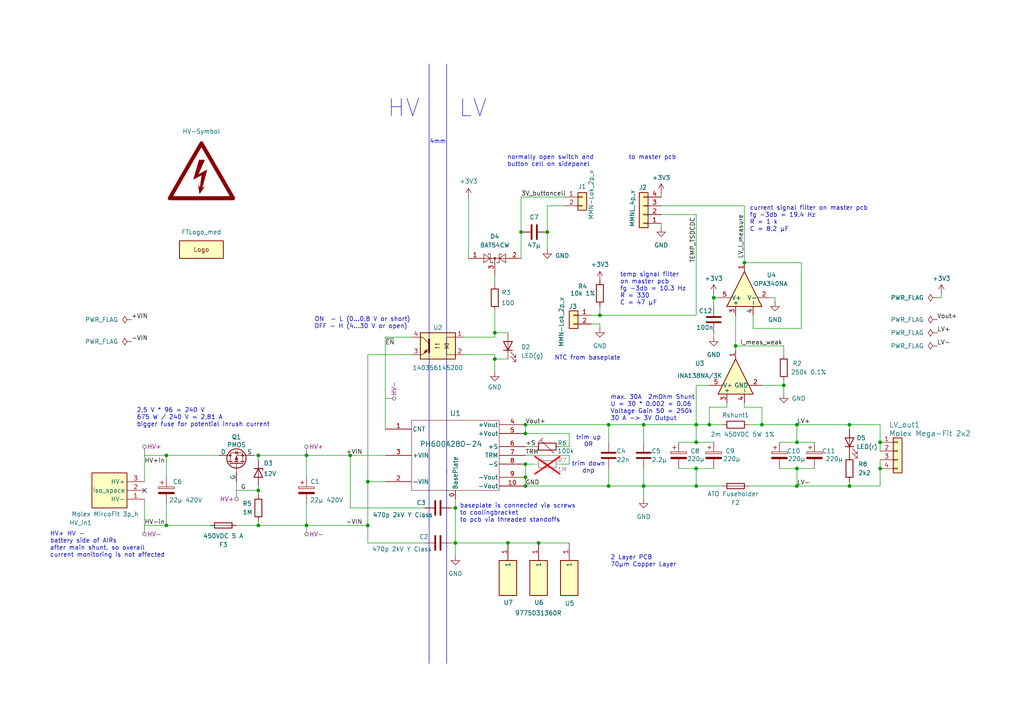
<source format=kicad_sch>
(kicad_sch (version 20231120) (generator "eeschema") (generator_version "8.0")
  (paper "A4")
  (title_block (title "TS-DCDC") (date "2024-12-12") (rev "0.5"))
  (lib_symbols
    (symbol "2024-11-18_21-41-11:PH600A280-24" (pin_names (offset 0.254))
      (property "Reference" "U1" (at 20.32 7.112 0))
      (property "Value" "PH600A280-24" (at 19.05 -1.778 0))
      (symbol "PH600A280-24_1_1"
        (pin passive line (at 20.32 -17.78 90) (length 2.54) (name "BasePlate") (number "0"))
        (pin input line (at 0 2.54 0) (length 7.62) (name "CNT") (number "1"))
        (pin power_out line (at 40.64 -13.97 180) (length 7.62) (name "-Vout") (number "10"))
        (pin power_in line (at 0 -12.7 0) (length 7.62) (name "-VIN") (number "2"))
        (pin power_in line (at 0 -5.08 0) (length 7.62) (name "+VIN") (number "3"))
        (pin power_out line (at 40.64 3.81 180) (length 7.62) (name "+Vout") (number "4"))
        (pin passive line (at 40.64 1.27 180) (length 7.62) (name "+Vout") (number "5"))
        (pin input line (at 40.64 -2.54 180) (length 7.62) (name "+S") (number "6"))
        (pin input line (at 40.64 -5.08 180) (length 7.62) (name "TRM") (number "7"))
        (pin input line (at 40.64 -7.62 180) (length 7.62) (name "-S") (number "8"))
        (pin passive line (at 40.64 -11.43 180) (length 7.62) (name "-Vout") (number "9"))
      )
    )
    (symbol "43650-0317:43650-0317"
      (property "Reference" "HV_in1" (at 18.542 -11.938 0))
      (property "Value" "Molex MircoFit 3p_h" (at 11.43 -9.398 0))
      (symbol "43650-0317_1_1"
        (pin power_out line (at 0 -5.08 0) (length 5.08) (name "HV-") (number "1"))
        (pin passive line (at 0 -2.54 0) (length 5.08) (name "iso_space") (number "2"))
        (pin power_out line (at 0 0 0) (length 5.08) (name "HV+") (number "3"))
      )
    )
    (symbol "9775031360R:9775031360R"
      (property "Reference" "U" (at 16.51 7.62 0))
      (property "Value" "9775031360R" (at 16.51 5.08 0))
      (symbol "9775031360R_1_1"
        (pin passive line (at 0 0 0) (length 5.08) (name "1") (number "1"))
      )
    )
    (symbol "Amplifier_Current:INA138" (pin_names (offset 0.127))
      (property "Reference" "U" (at 3.81 5.08 0))
      (property "Value" "INA138" (at 3.81 2.54 0))
      (symbol "INA138_1_1"
        (pin output line (at 7.62 0 180) (length 2.54) (name "~") (number "1"))
        (pin power_in line (at -2.54 -7.62 90) (length 3.81) (name "GND") (number "2"))
        (pin input line (at -7.62 2.54 0) (length 2.54) (name "+") (number "3"))
        (pin input line (at -7.62 -2.54 0) (length 2.54) (name "-") (number "4"))
        (pin power_in line (at -2.54 7.62 270) (length 3.81) (name "V+") (number "5"))
      )
    )
    (symbol "Amplifier_Operational:OPA340NA" (pin_names (offset 0.127))
      (property "Reference" "U" (at -1.27 6.35 0))
      (property "Value" "OPA340NA" (at -1.27 3.81 0))
      (symbol "OPA340NA_0_1"
        (pin power_in line (at -2.54 -7.62 90) (length 3.81) (name "V-") (number "2"))
        (pin power_in line (at -2.54 7.62 270) (length 3.81) (name "V+") (number "5"))
      )
      (symbol "OPA340NA_1_1"
        (pin output line (at 7.62 0 180) (length 2.54) (name "~") (number "1"))
        (pin input line (at -7.62 2.54 0) (length 2.54) (name "+") (number "3"))
        (pin input line (at -7.62 -2.54 0) (length 2.54) (name "-") (number "4"))
      )
    )
    (symbol "Conn_01x02_1" (pin_names (offset 1.016) hide)
      (property "Reference" "J3" (at -1.016 -5.08 0))
      (property "Value" "MMN-Lok_2p_v" (at 3.556 -7.874 90))
      (symbol "Conn_01x02_1_1_1"
        (pin passive line (at -5.08 -2.54 0) (length 3.81) (name "Pin_1") (number "1"))
        (pin passive line (at -5.08 0 0) (length 3.81) (name "Pin_2") (number "2"))
      )
    )
    (symbol "Conn_01x04_1" (pin_names (offset 1.016) hide)
      (property "Reference" "LV_out1" (at -2.54 7.62 0))
      (property "Value" "Molex Mega-Fit 2x2" (at -2.54 5.08 0))
      (symbol "Conn_01x04_1_1_1"
        (pin power_in line (at -5.08 2.54 0) (length 3.81) (name "Pin_1") (number "1"))
        (pin power_in line (at -5.08 0 0) (length 3.81) (name "Pin_2") (number "2"))
        (pin power_in line (at -5.08 -2.54 0) (length 3.81) (name "Pin_3") (number "3"))
        (pin power_in line (at -5.08 -5.08 0) (length 3.81) (name "Pin_4") (number "4"))
      )
    )
    (symbol "Connector_Generic:Conn_01x02" (pin_names (offset 1.016) hide)
      (property "Reference" "J" (at 0 2.54 0))
      (property "Value" "Conn_01x02" (at 0 -5.08 0))
      (symbol "Conn_01x02_1_1"
        (pin passive line (at -5.08 0 0) (length 3.81) (name "Pin_1") (number "1"))
        (pin passive line (at -5.08 -2.54 0) (length 3.81) (name "Pin_2") (number "2"))
      )
    )
    (symbol "Connector_Generic:Conn_01x04" (pin_names (offset 1.016) hide)
      (property "Reference" "J" (at 0 5.08 0))
      (property "Value" "Conn_01x04" (at 0 -7.62 0))
      (symbol "Conn_01x04_1_1"
        (pin passive line (at -5.08 2.54 0) (length 3.81) (name "Pin_1") (number "1"))
        (pin passive line (at -5.08 0 0) (length 3.81) (name "Pin_2") (number "2"))
        (pin passive line (at -5.08 -2.54 0) (length 3.81) (name "Pin_3") (number "3"))
        (pin passive line (at -5.08 -5.08 0) (length 3.81) (name "Pin_4") (number "4"))
      )
    )
    (symbol "Device:C" (pin_numbers hide) (pin_names (offset 0.254))
      (property "Reference" "C" (at 0.635 2.54 0))
      (property "Value" "C" (at 0.635 -2.54 0))
      (symbol "C_1_1"
        (pin passive line (at 0 3.81 270) (length 2.794) (name "~") (number "1"))
        (pin passive line (at 0 -3.81 90) (length 2.794) (name "~") (number "2"))
      )
    )
    (symbol "Device:C_Polarized" (pin_numbers hide) (pin_names (offset 0.254))
      (property "Reference" "C" (at 0.635 2.54 0))
      (property "Value" "C_Polarized" (at 0.635 -2.54 0))
      (symbol "C_Polarized_1_1"
        (pin passive line (at 0 3.81 270) (length 2.794) (name "~") (number "1"))
        (pin passive line (at 0 -3.81 90) (length 2.794) (name "~") (number "2"))
      )
    )
    (symbol "Device:D_Zener" (pin_numbers hide) (pin_names (offset 1.016) hide)
      (property "Reference" "D" (at 0 2.54 0))
      (property "Value" "D_Zener" (at 0 -2.54 0))
      (symbol "D_Zener_1_1"
        (pin passive line (at -3.81 0 0) (length 2.54) (name "K") (number "1"))
        (pin passive line (at 3.81 0 180) (length 2.54) (name "A") (number "2"))
      )
    )
    (symbol "Device:Fuse" (pin_numbers hide) (pin_names (offset 0))
      (property "Reference" "F" (at 2.032 0 90))
      (property "Value" "Fuse" (at -1.905 0 90))
      (symbol "Fuse_1_1"
        (pin passive line (at 0 3.81 270) (length 1.27) (name "~") (number "1"))
        (pin passive line (at 0 -3.81 90) (length 1.27) (name "~") (number "2"))
      )
    )
    (symbol "Device:LED" (pin_numbers hide) (pin_names (offset 1.016) hide)
      (property "Reference" "D" (at 0 2.54 0))
      (property "Value" "LED" (at 0 -2.54 0))
      (symbol "LED_1_1"
        (pin passive line (at -3.81 0 0) (length 2.54) (name "K") (number "1"))
        (pin passive line (at 3.81 0 180) (length 2.54) (name "A") (number "2"))
      )
    )
    (symbol "Device:R" (pin_numbers hide) (pin_names (offset 0))
      (property "Reference" "R" (at 2.032 0 90))
      (property "Value" "R" (at 0 0 90))
      (symbol "R_1_1"
        (pin passive line (at 0 3.81 270) (length 1.27) (name "~") (number "1"))
        (pin passive line (at 0 -3.81 90) (length 1.27) (name "~") (number "2"))
      )
    )
    (symbol "Device:R_Trim" (pin_numbers hide) (pin_names (offset 0))
      (property "Reference" "R" (at 2.54 -2.54 90))
      (property "Value" "R_Trim" (at -2.54 -0.635 90))
      (symbol "R_Trim_1_1"
        (pin passive line (at 0 3.81 270) (length 1.27) (name "~") (number "1"))
        (pin passive line (at 0 -3.81 90) (length 1.27) (name "~") (number "2"))
      )
    )
    (symbol "Diode:BAT54CW" (pin_names (offset 1.016))
      (property "Reference" "D" (at 0.635 -3.81 0))
      (property "Value" "BAT54CW" (at -6.35 3.175 0))
      (symbol "BAT54CW_1_1"
        (pin passive line (at -7.62 0 0) (length 3.81) (name "~") (number "1"))
        (pin passive line (at 7.62 0 180) (length 3.81) (name "~") (number "2"))
        (pin passive line (at 0 -5.08 90) (length 5.08) (name "~") (number "3"))
      )
    )
    (symbol "FaSTTUBe_logos:FTLogo_med"
      (property "Value" "FTLogo_med" (at 0 -3.81 0))
      (symbol "FTLogo_med_0_0"
        (text "Logo" (at 0 0 0) (effects (font (size 1.27 1.27))))
      )
    )
    (symbol "FaSTTUBe_logos:HV-Symbol" (pin_names (offset 1.016))
      (property "Value" "HV-Symbol" (at 0 -10.16 0))
    )
    (symbol "Fuse_1" (pin_numbers hide) (pin_names (offset 0))
      (property "Reference" "F2" (at 4.826 0 90))
      (property "Value" "ATO Fuseholder" (at 2.286 0.762 90))
      (symbol "Fuse_1_1_1"
        (pin passive line (at 0 3.81 270) (length 1.27) (name "~") (number "1"))
        (pin passive line (at 0 -3.81 90) (length 1.27) (name "~") (number "2"))
      )
    )
    (symbol "Relay_SolidState:34.81-7048"
      (property "Reference" "U2" (at 0 5.334 0))
      (property "Value" "140356145200" (at 0 -6.35 0))
      (symbol "34.81-7048_1_1"
        (pin passive line (at -7.62 2.54 0) (length 2.54) (name "") (number "1"))
        (pin passive line (at -7.62 -2.54 0) (length 2.54) (name "~") (number "2"))
        (pin passive line (at 7.62 -2.54 180) (length 2.54) (name "~") (number "3"))
        (pin passive line (at 7.62 2.54 180) (length 2.54) (name "~") (number "4"))
      )
    )
    (symbol "Simulation_SPICE:PMOS" (pin_numbers hide) (pin_names (offset 0))
      (property "Reference" "Q" (at 5.08 1.27 0))
      (property "Value" "PMOS" (at 5.08 -1.27 0))
      (symbol "PMOS_1_1"
        (pin passive line (at 2.54 5.08 270) (length 2.54) (name "D") (number "1"))
        (pin input line (at -5.08 0 0) (length 2.54) (name "G") (number "2"))
        (pin passive line (at 2.54 -5.08 90) (length 2.54) (name "S") (number "3"))
      )
    )
    (symbol "power:+3V3" (power) (pin_numbers hide) (pin_names (offset 0) hide)
      (property "Value" "+3V3" (at 0 3.556 0))
      (symbol "+3V3_1_1"
        (pin power_in line (at 0 0 90) (length 0) (name "~") (number "1"))
      )
    )
    (symbol "power:GND" (power) (pin_numbers hide) (pin_names (offset 0) hide)
      (property "Value" "GND" (at 0 -3.81 0))
      (symbol "GND_1_1"
        (pin power_in line (at 0 0 270) (length 0) (name "~") (number "1"))
      )
    )
    (symbol "power:PWR_FLAG" (power) (pin_numbers hide) (pin_names (offset 0) hide)
      (property "Value" "PWR_FLAG" (at 0 3.81 0))
      (symbol "PWR_FLAG_0_0"
        (pin power_out line (at 0 0 90) (length 0) (name "~") (number "1"))
      )
    )
  )
  (junction (at 152.4 134.62))
  (junction (at 186.69 123.19))
  (junction (at 207.01 86.36))
  (junction (at 143.51 96.52))
  (junction (at 74.93 152.4))
  (junction (at 74.93 142.24))
  (junction (at 143.51 104.14))
  (junction (at 106.68 139.7))
  (junction (at 48.26 132.08))
  (junction (at 201.93 128.27))
  (junction (at 213.36 100.33))
  (junction (at 231.14 123.19))
  (junction (at 176.53 123.19))
  (junction (at 151.13 67.31))
  (junction (at 152.4 138.43))
  (junction (at 147.32 157.48))
  (junction (at 201.93 135.89))
  (junction (at 48.26 152.4))
  (junction (at 152.4 123.19))
  (junction (at 246.38 123.19))
  (junction (at 132.08 157.48))
  (junction (at 106.68 152.4))
  (junction (at 152.4 140.97))
  (junction (at 88.9 152.4))
  (junction (at 205.74 123.19))
  (junction (at 201.93 123.19))
  (junction (at 176.53 140.97))
  (junction (at 255.27 135.89))
  (junction (at 231.14 128.27))
  (junction (at 88.9 132.08))
  (junction (at 231.14 135.89))
  (junction (at 173.99 91.44))
  (junction (at 158.75 67.31))
  (junction (at 156.21 157.48))
  (junction (at 152.4 125.73))
  (junction (at 201.93 140.97))
  (junction (at 220.98 123.19))
  (junction (at 255.27 128.27))
  (junction (at 74.93 132.08))
  (junction (at 132.08 147.32))
  (junction (at 186.69 140.97))
  (junction (at 215.9 76.2))
  (junction (at 246.38 140.97))
  (junction (at 101.6 132.08))
  (junction (at 227.33 111.76))
  (junction (at 231.14 140.97))
  (no_connect (at 41.91 142.24))
  (wire (pts (xy 231.14 135.89) (xy 231.14 140.97)))
  (wire (pts (xy 231.14 128.27) (xy 236.22 128.27)))
  (wire (pts (xy 41.91 152.4) (xy 41.91 144.78)))
  (wire (pts (xy 176.53 123.19) (xy 176.53 128.27)))
  (wire (pts (xy 48.26 152.4) (xy 60.96 152.4)))
  (wire (pts (xy 176.53 135.89) (xy 176.53 140.97)))
  (wire (pts (xy 111.76 97.79) (xy 111.76 124.46)))
  (wire (pts (xy 158.75 59.69) (xy 158.75 67.31)))
  (wire (pts (xy 201.93 123.19) (xy 205.74 123.19)))
  (wire (pts (xy 152.4 134.62) (xy 154.94 134.62)))
  (wire (pts (xy 226.06 128.27) (xy 231.14 128.27)))
  (wire (pts (xy 201.93 111.76) (xy 205.74 111.76)))
  (wire (pts (xy 73.66 132.08) (xy 74.93 132.08)))
  (wire (pts (xy 273.05 86.36) (xy 271.78 86.36)))
  (wire (pts (xy 143.51 104.14) (xy 143.51 102.87)))
  (wire (pts (xy 106.68 139.7) (xy 111.76 139.7)))
  (wire (pts (xy 151.13 57.15) (xy 163.83 57.15)))
  (wire (pts (xy 132.08 157.48) (xy 130.81 157.48)))
  (wire (pts (xy 143.51 104.14) (xy 143.51 107.95)))
  (wire (pts (xy 106.68 139.7) (xy 106.68 152.4)))
  (wire (pts (xy 201.93 62.23) (xy 201.93 91.44)))
  (wire (pts (xy 173.99 93.98) (xy 171.45 93.98)))
  (wire (pts (xy 143.51 80.01) (xy 143.51 82.55)))
  (wire (pts (xy 132.08 157.48) (xy 147.32 157.48)))
  (wire (pts (xy 205.74 123.19) (xy 209.55 123.19)))
  (wire (pts (xy 165.1 129.54) (xy 162.56 129.54)))
  (wire (pts (xy 134.62 97.79) (xy 143.51 97.79)))
  (wire (pts (xy 207.01 96.52) (xy 207.01 97.79)))
  (wire (pts (xy 201.93 111.76) (xy 201.93 123.19)))
  (wire (pts (xy 210.82 116.84) (xy 210.82 118.11)))
  (wire (pts (xy 210.82 118.11) (xy 205.74 118.11)))
  (wire (pts (xy 135.89 57.15) (xy 135.89 74.93)))
  (wire (pts (xy 74.93 132.08) (xy 88.9 132.08)))
  (wire (pts (xy 218.44 95.25) (xy 232.41 95.25)))
  (wire (pts (xy 165.1 134.62) (xy 165.1 132.08)))
  (wire (pts (xy 227.33 111.76) (xy 227.33 114.3)))
  (wire (pts (xy 152.4 123.19) (xy 176.53 123.19)))
  (polyline (pts (xy 124.46 18.542) (xy 124.46 192.405)))
  (wire (pts (xy 88.9 152.4) (xy 106.68 152.4)))
  (wire (pts (xy 208.28 86.36) (xy 207.01 86.36)))
  (wire (pts (xy 191.77 66.04) (xy 191.77 64.77)))
  (wire (pts (xy 151.13 57.15) (xy 151.13 67.31)))
  (wire (pts (xy 152.4 138.43) (xy 152.4 134.62)))
  (wire (pts (xy 41.91 152.4) (xy 48.26 152.4)))
  (wire (pts (xy 74.93 152.4) (xy 88.9 152.4)))
  (wire (pts (xy 217.17 140.97) (xy 231.14 140.97)))
  (wire (pts (xy 132.08 147.32) (xy 132.08 157.48)))
  (wire (pts (xy 143.51 104.14) (xy 147.32 104.14)))
  (wire (pts (xy 220.98 118.11) (xy 220.98 123.19)))
  (wire (pts (xy 255.27 128.27) (xy 255.27 130.81)))
  (wire (pts (xy 224.79 87.63) (xy 224.79 86.36)))
  (wire (pts (xy 186.69 123.19) (xy 201.93 123.19)))
  (wire (pts (xy 152.4 129.54) (xy 154.94 129.54)))
  (wire (pts (xy 48.26 146.05) (xy 48.26 152.4)))
  (wire (pts (xy 74.93 133.35) (xy 74.93 132.08)))
  (wire (pts (xy 74.93 143.51) (xy 74.93 142.24)))
  (wire (pts (xy 68.58 139.7) (xy 68.58 142.24)))
  (wire (pts (xy 106.68 152.4) (xy 106.68 157.48)))
  (wire (pts (xy 213.36 91.44) (xy 213.36 100.33)))
  (wire (pts (xy 186.69 140.97) (xy 201.93 140.97)))
  (wire (pts (xy 246.38 124.46) (xy 246.38 123.19)))
  (wire (pts (xy 173.99 88.9) (xy 173.99 91.44)))
  (wire (pts (xy 213.36 100.33) (xy 227.33 100.33)))
  (wire (pts (xy 68.58 152.4) (xy 74.93 152.4)))
  (wire (pts (xy 173.99 91.44) (xy 201.93 91.44)))
  (wire (pts (xy 186.69 123.19) (xy 186.69 128.27)))
  (wire (pts (xy 186.69 140.97) (xy 186.69 144.78)))
  (wire (pts (xy 220.98 111.76) (xy 227.33 111.76)))
  (wire (pts (xy 201.93 128.27) (xy 207.01 128.27)))
  (wire (pts (xy 186.69 135.89) (xy 186.69 140.97)))
  (wire (pts (xy 201.93 135.89) (xy 201.93 140.97)))
  (wire (pts (xy 158.75 67.31) (xy 158.75 72.39)))
  (wire (pts (xy 220.98 118.11) (xy 215.9 118.11)))
  (wire (pts (xy 226.06 135.89) (xy 231.14 135.89)))
  (wire (pts (xy 106.68 102.87) (xy 119.38 102.87)))
  (wire (pts (xy 132.08 144.78) (xy 132.08 147.32)))
  (polyline (pts (xy 129.54 136.525) (xy 129.54 192.405)))
  (wire (pts (xy 143.51 96.52) (xy 147.32 96.52)))
  (wire (pts (xy 152.4 123.19) (xy 152.4 125.73)))
  (wire (pts (xy 88.9 132.08) (xy 88.9 138.43)))
  (wire (pts (xy 191.77 57.15) (xy 191.77 55.88)))
  (wire (pts (xy 232.41 76.2) (xy 215.9 76.2)))
  (wire (pts (xy 201.93 140.97) (xy 209.55 140.97)))
  (wire (pts (xy 165.1 125.73) (xy 152.4 125.73)))
  (wire (pts (xy 74.93 142.24) (xy 74.93 140.97)))
  (wire (pts (xy 205.74 118.11) (xy 205.74 123.19)))
  (wire (pts (xy 88.9 132.08) (xy 101.6 132.08)))
  (wire (pts (xy 147.32 157.48) (xy 156.21 157.48)))
  (wire (pts (xy 101.6 132.08) (xy 111.76 132.08)))
  (wire (pts (xy 196.85 128.27) (xy 201.93 128.27)))
  (wire (pts (xy 106.68 102.87) (xy 106.68 139.7)))
  (wire (pts (xy 196.85 135.89) (xy 201.93 135.89)))
  (wire (pts (xy 232.41 95.25) (xy 232.41 76.2)))
  (wire (pts (xy 162.56 134.62) (xy 165.1 134.62)))
  (wire (pts (xy 163.83 59.69) (xy 158.75 59.69)))
  (wire (pts (xy 176.53 123.19) (xy 186.69 123.19)))
  (wire (pts (xy 48.26 132.08) (xy 63.5 132.08)))
  (wire (pts (xy 213.36 100.33) (xy 213.36 101.6)))
  (wire (pts (xy 224.79 86.36) (xy 223.52 86.36)))
  (wire (pts (xy 173.99 91.44) (xy 171.45 91.44)))
  (wire (pts (xy 74.93 151.13) (xy 74.93 152.4)))
  (wire (pts (xy 231.14 135.89) (xy 236.22 135.89)))
  (wire (pts (xy 217.17 123.19) (xy 220.98 123.19)))
  (wire (pts (xy 215.9 59.69) (xy 215.9 76.2)))
  (wire (pts (xy 231.14 140.97) (xy 246.38 140.97)))
  (wire (pts (xy 152.4 140.97) (xy 176.53 140.97)))
  (wire (pts (xy 231.14 123.19) (xy 231.14 128.27)))
  (wire (pts (xy 201.93 135.89) (xy 207.01 135.89)))
  (wire (pts (xy 191.77 59.69) (xy 215.9 59.69)))
  (polyline (pts (xy 129.54 18.542) (xy 129.54 137.16)))
  (wire (pts (xy 123.19 147.32) (xy 101.6 147.32)))
  (wire (pts (xy 246.38 139.7) (xy 246.38 140.97)))
  (wire (pts (xy 152.4 140.97) (xy 152.4 138.43)))
  (wire (pts (xy 255.27 133.35) (xy 255.27 135.89)))
  (wire (pts (xy 246.38 123.19) (xy 255.27 123.19)))
  (wire (pts (xy 68.58 142.24) (xy 74.93 142.24)))
  (wire (pts (xy 176.53 140.97) (xy 186.69 140.97)))
  (wire (pts (xy 173.99 93.98) (xy 173.99 95.25)))
  (wire (pts (xy 215.9 118.11) (xy 215.9 116.84)))
  (wire (pts (xy 152.4 132.08) (xy 165.1 132.08)))
  (wire (pts (xy 143.51 96.52) (xy 143.51 90.17)))
  (wire (pts (xy 255.27 135.89) (xy 255.27 140.97)))
  (wire (pts (xy 151.13 67.31) (xy 151.13 74.93)))
  (wire (pts (xy 143.51 97.79) (xy 143.51 96.52)))
  (wire (pts (xy 246.38 140.97) (xy 255.27 140.97)))
  (wire (pts (xy 165.1 129.54) (xy 165.1 125.73)))
  (wire (pts (xy 132.08 147.32) (xy 130.81 147.32)))
  (wire (pts (xy 132.08 161.29) (xy 132.08 157.48)))
  (wire (pts (xy 101.6 147.32) (xy 101.6 132.08)))
  (wire (pts (xy 48.26 132.08) (xy 48.26 138.43)))
  (wire (pts (xy 273.05 85.09) (xy 273.05 86.36)))
  (wire (pts (xy 106.68 157.48) (xy 123.19 157.48)))
  (wire (pts (xy 111.76 97.79) (xy 119.38 97.79)))
  (wire (pts (xy 165.1 157.48) (xy 156.21 157.48)))
  (wire (pts (xy 227.33 100.33) (xy 227.33 102.87)))
  (wire (pts (xy 220.98 123.19) (xy 231.14 123.19)))
  (wire (pts (xy 41.91 132.08) (xy 48.26 132.08)))
  (wire (pts (xy 207.01 86.36) (xy 207.01 85.09)))
  (wire (pts (xy 41.91 132.08) (xy 41.91 139.7)))
  (wire (pts (xy 255.27 123.19) (xy 255.27 128.27)))
  (wire (pts (xy 207.01 86.36) (xy 207.01 88.9)))
  (wire (pts (xy 227.33 110.49) (xy 227.33 111.76)))
  (wire (pts (xy 143.51 102.87) (xy 134.62 102.87)))
  (wire (pts (xy 231.14 123.19) (xy 246.38 123.19)))
  (wire (pts (xy 201.93 62.23) (xy 191.77 62.23)))
  (wire (pts (xy 218.44 95.25) (xy 218.44 91.44)))
  (wire (pts (xy 88.9 152.4) (xy 88.9 146.05)))
  (wire (pts (xy 201.93 123.19) (xy 201.93 128.27)))
  (text "trim down\ndnp" (at 170.688 135.636 0) (effects (font (size 1.27 1.27))))
  (text " ON  - L (0...0,8 V or short)\nOFF - H (4...30 V or open)" (at 104.648 93.726 0) (effects (font (size 1.27 1.27))))
  (text "max. 30A  2mOhm Shunt \nU = 30 * 0.002 = 0.06\nVoltage Gain 50 = 250k\n30 A -> 3V Output\n" (at 177.038 118.364 0) (effects (font (size 1.27 1.27)) (justify left)))
  (text "trim up\n0R" (at 170.688 128.016 0) (effects (font (size 1.27 1.27))))
  (text "2,5 V * 96 = 240 V\n675 W / 240 V = 2,81 A\nbigger fuse for potential inrush current\n\n" (at 39.624 122.174 0) (effects (font (size 1.27 1.27)) (justify left)))
  (text "current signal filter on master pcb\nfg -3db = 19.4 Hz\nR = 1 k\nC = 8.2 µF\n" (at 217.424 63.5 0) (effects (font (size 1.27 1.27)) (justify left)))
  (text "LV" (at 137.16 31.496 0) (effects (font (size 5 5))))
  (text "4mm" (at 127 41.148 0) (effects (font (size 1.27 1.27))))
  (text "normally open switch and\nbutton cell on sidepanel\n " (at 147.066 44.958 0) (effects (font (size 1.27 1.27)) (justify left top)))
  (text "NTC from baseplate" (at 170.434 103.886 0) (effects (font (size 1.27 1.27))))
  (text "HV" (at 117.094 31.496 0) (effects (font (size 5 5))))
  (text "HV+ HV -\nbattery side of AIRs\nafter main shunt, so overall \ncurrent monitoring is not affected" (at 14.478 157.988 0) (effects (font (size 1.27 1.27)) (justify left)))
  (text "to master pcb" (at 189.23 45.72 0) (effects (font (size 1.27 1.27))))
  (text "baseplate is connected via screws \nto coolingbracket\nto pcb via threaded standoffs\n" (at 133.35 148.844 0) (effects (font (size 1.27 1.27)) (justify left)))
  (text "temp signal filter \non master pcb\nfg -3db = 10.3 Hz\nR = 330\nC = 47 µF" (at 179.832 83.82 0) (effects (font (size 1.27 1.27)) (justify left)))
  (text "2 Layer PCB \n70µm Copper Layer\n" (at 177.038 162.814 0) (effects (font (size 1.27 1.27)) (justify left)))
  (label "LV+" (at 231.14 123.19 0))
  (label "+VIN" (at 38.1 92.71 0))
  (label "LV-" (at 231.14 140.97 0))
  (label "GND" (at 152.4 140.97 0))
  (label "TEMP_TSDCDC" (at 201.93 76.2 90))
  (label "LV-" (at 271.78 100.33 0))
  (label "Vout+" (at 271.78 92.71 0))
  (label "G" (at 69.85 142.24 0))
  (label "+S" (at 152.4 129.54 0))
  (label "-VIN" (at 38.1 99.06 0))
  (label "TRM" (at 152.4 132.08 0))
  (label "-VIN" (at 100.33 152.4 0))
  (label "LV_I_measure" (at 215.9 74.93 90))
  (label "HV+in" (at 41.91 134.62 0))
  (label "I_meas_weak" (at 214.63 100.33 0))
  (label "3V_buttoncell" (at 151.13 57.15 0))
  (label "HV-in" (at 41.91 152.4 0))
  (label "~{EN}" (at 111.76 100.33 0))
  (label "Vout+" (at 152.4 123.19 0))
  (label "+VIN" (at 100.33 132.08 0))
  (label "LV+" (at 271.78 96.52 0))
  (netclass_flag "" (length 2.54) (shape round) (at 41.91 132.08 0) (property "Netclass" "HV+" (at 42.6085 129.54 0) (effects (font (italic yes)) (justify left))))
  (netclass_flag "" (length 2.54) (shape round) (at 41.91 152.4 180) (property "Netclass" "HV-" (at 42.6085 154.94 0) (effects (font (italic yes)) (justify left))))
  (netclass_flag "" (length 2.54) (shape round) (at 111.76 115.57 270) (property "Netclass" "HV-" (at 114.3 114.8715 90) (effects (font (italic yes)) (justify left))))
  (netclass_flag "" (length 2.54) (shape round) (at 88.9 132.08 0) (property "Netclass" "HV+" (at 89.5985 129.54 0) (effects (font (italic yes)) (justify left))))
  (netclass_flag "" (length 2.54) (shape round) (at 68.58 142.24 180) (property "Netclass" "HV+" (at 67.8815 144.78 0) (effects (font (italic yes)) (justify right))))
  (netclass_flag "" (length 2.54) (shape round) (at 88.9 152.4 180) (property "Netclass" "HV-" (at 89.5985 154.94 0) (effects (font (italic yes)) (justify left))))
  (symbol (lib_id "9775031360R:9775031360R") (at 165.1 157.48 270) (unit 1)
    (property "Reference" "U5" (at 163.83 175.006 90) (effects (justify left)))
    (property "Value" "9775031360R" (effects (hide yes)))
    (property "Footprint" "9775031360R" (effects (hide yes)))
    (property "Datasheet" "https://www.we-online.com/components/products/datasheet/9775031360R.pdf" (effects (hide yes)))
    (property "Description" "Round Standoff Threaded M3 Steel 0.039\" (1.00mm)" (effects (hide yes)))
    (property "Height" "4.2" (effects (hide yes)))
    (property "Mouser Part Number" "710-9775031360R" (effects (hide yes)))
    (property "Mouser Price/Stock" "https://www.mouser.co.uk/ProductDetail/Wurth-Elektronik/9775031360R?qs=lBTPRtX1sU%252BooRt%2F6rjYpA%3D%3D" (effects (hide yes)))
    (property "Manufacturer_Name" "Wurth Elektronik" (effects (hide yes)))
    (property "Manufacturer_Part_Number" "9775031360R" (effects (hide yes)))
  )
  (symbol (lib_id "Device:LED") (at 147.32 100.33 90) (unit 1)
    (property "Reference" "D2" (at 151.13 100.6474 90) (effects (justify right)))
    (property "Value" "LED(g)" (at 151.13 103.1874 90) (effects (justify right)))
    (property "Footprint" "LED_SMD:LED_0603_1608Metric" (effects (hide yes)))
    (property "Description" "Light emitting diode" (effects (hide yes)))
  )
  (symbol (lib_id "Device:C_Polarized") (at 196.85 132.08 0) (unit 1)
    (property "Reference" "C8" (at 202.946 130.81 0) (effects (justify right)))
    (property "Value" "220µ" (at 204.47 133.096 0) (effects (justify right)))
    (property "Footprint" "Capacitor_THT:CP_Radial_D10.0mm_P5.00mm" (effects (hide yes)))
    (property "Datasheet" "https://mou.sr/3E8B9GR" (effects (hide yes)))
    (property "Description" "Polarized capacitor" (effects (hide yes)))
  )
  (symbol (lib_id "Device:C") (at 176.53 132.08 0) (unit 1)
    (property "Reference" "C4" (at 178.816 130.81 0) (effects (justify left)))
    (property "Value" "22n" (at 178.816 133.35 0) (effects (justify left)))
    (property "Footprint" "Capacitor_SMD:C_1206_3216Metric" (effects (hide yes)))
    (property "Description" "Unpolarized capacitor" (effects (hide yes)))
  )
  (symbol (lib_id "Device:R") (at 74.93 147.32 0) (unit 1)
    (property "Reference" "R5" (at 70.358 146.05 0) (effects (justify left)))
    (property "Value" "1M" (at 70.358 148.59 0) (effects (justify left)))
    (property "Footprint" "Resistor_SMD:R_2010_5025Metric" (effects (hide yes)))
    (property "Description" "Resistor" (effects (hide yes)))
  )
  (symbol (lib_id "Device:R") (at 246.38 135.89 0) (unit 1)
    (property "Reference" "R8" (at 248.92 134.6199 0) (effects (justify left)))
    (property "Value" "2k2" (at 248.92 137.1599 0) (effects (justify left)))
    (property "Footprint" "Resistor_SMD:R_0603_1608Metric" (effects (hide yes)))
    (property "Description" "Resistor" (effects (hide yes)))
  )
  (symbol (lib_id "Connector_Generic:Conn_01x04") (at 186.69 62.23 180) (unit 1)
    (property "Reference" "J2" (at 186.436 54.356 0))
    (property "Value" "MMNL_4p_v" (at 183.388 60.452 90))
    (property "Footprint" "FaSTTUBe_connectors:Micro_Mate-N-Lok_4p_vertical" (effects (hide yes)))
    (property "Description" "Generic connector, single row, 01x04, script generated (kicad-library-utils/schlib/autogen/connector/)" (effects (hide yes)))
  )
  (symbol (lib_id "power:GND") (at 186.69 144.78 0) (unit 1)
    (property "Reference" "#PWR01" (effects (hide yes)))
    (property "Value" "GND" (at 186.69 149.86 0))
    (property "Description" "Power symbol creates a global label with name \"GND\" , ground" (effects (hide yes)))
  )
  (symbol (lib_id "Device:D_Zener") (at 74.93 137.16 270) (unit 1)
    (property "Reference" "D3" (at 76.454 134.366 90) (effects (justify left)))
    (property "Value" "12V" (at 76.454 137.414 90) (effects (justify left)))
    (property "Footprint" "Diode_SMD:D_SOD-323" (effects (hide yes)))
    (property "Datasheet" "https://assets.nexperia.com/documents/data-sheet/PDZ-B_SER.pdf" (effects (hide yes)))
    (property "Description" "Zener diode" (effects (hide yes)))
  )
  (symbol (lib_id "power:PWR_FLAG") (at 38.1 92.71 90) (unit 1)
    (property "Reference" "#FLG02" (effects (hide yes)))
    (property "Value" "PWR_FLAG" (at 34.29 92.7099 90) (effects (justify left)))
    (property "Description" "Special symbol for telling ERC where power comes from" (effects (hide yes)))
  )
  (symbol (lib_id "power:+3V3") (at 191.77 55.88 0) (mirror y) (unit 1)
    (property "Reference" "#PWR05" (effects (hide yes)))
    (property "Value" "+3V3" (at 191.77 51.562 0))
    (property "Description" "Power symbol creates a global label with name \"+3V3\"" (effects (hide yes)))
  )
  (symbol (lib_id "Amplifier_Operational:OPA340NA") (at 215.9 83.82 90) (unit 1)
    (property "Reference" "U4" (at 223.774 79.756 90))
    (property "Value" "OPA340NA" (at 223.52 82.296 90))
    (property "Footprint" "Package_TO_SOT_SMD:SOT-23-5" (effects (hide yes)))
    (property "Datasheet" "http://www.ti.com/lit/ds/symlink/opa340.pdf" (effects (hide yes)))
    (property "Description" "Single Single-Supply, Rail-to-Rail Operational Amplifier, MicroAmplifier Series, SOT-23-5" (effects (hide yes)))
  )
  (symbol (lib_id "Device:C_Polarized") (at 226.06 132.08 0) (unit 1)
    (property "Reference" "C10" (at 232.156 130.81 0) (effects (justify right)))
    (property "Value" "220µ" (at 233.68 133.096 0) (effects (justify right)))
    (property "Footprint" "Capacitor_THT:CP_Radial_D10.0mm_P5.00mm" (effects (hide yes)))
    (property "Datasheet" "https://mou.sr/3E8B9GR" (effects (hide yes)))
    (property "Description" "Polarized capacitor" (effects (hide yes)))
  )
  (symbol (lib_id "Device:LED") (at 246.38 128.27 90) (unit 1)
    (property "Reference" "D5" (at 248.412 127 90) (effects (justify right)))
    (property "Value" "LED(r)" (at 248.412 129.54 90) (effects (justify right)))
    (property "Footprint" "LED_SMD:LED_0603_1608Metric" (effects (hide yes)))
    (property "Description" "Light emitting diode" (effects (hide yes)))
  )
  (symbol (lib_id "Device:C_Polarized") (at 88.9 142.24 0) (unit 1)
    (property "Reference" "C1" (at 92.71 139.7 0) (effects (justify right)))
    (property "Value" "22µ 420V" (at 99.568 145.034 0) (effects (justify right)))
    (property "Footprint" "Capacitor_THT:CP_Radial_D12.5mm_P5.00mm" (effects (hide yes)))
    (property "Datasheet" "https://www.mouser.de/ProductDetail/Chemi-Con/EKXN451ELL220MK16S?qs=eP2BKZSCXI45cEkx%2FZPDFw%3D%3D" (effects (hide yes)))
    (property "Description" "Polarized capacitor" (effects (hide yes)))
  )
  (symbol (lib_id "Device:C") (at 127 157.48 90) (unit 1)
    (property "Reference" "C2" (at 122.936 155.702 90))
    (property "Value" "470p 2kV Y Class" (at 116.586 159.258 90))
    (property "Footprint" "footprints:VY1471M29Y5UC63V0" (effects (hide yes)))
    (property "Datasheet" "https://www.vishay.com/docs/28537/vy1series.pdf" (effects (hide yes)))
    (property "Description" "Unpolarized capacitor" (effects (hide yes)))
  )
  (symbol (lib_id "power:PWR_FLAG") (at 271.78 100.33 90) (unit 1)
    (property "Reference" "#FLG05" (effects (hide yes)))
    (property "Value" "PWR_FLAG" (at 267.97 100.3299 90) (effects (justify left)))
    (property "Description" "Special symbol for telling ERC where power comes from" (effects (hide yes)))
  )
  (symbol (lib_id "Device:C_Polarized") (at 207.01 132.08 0) (unit 1)
    (property "Reference" "C9" (at 213.106 130.81 0) (effects (justify right)))
    (property "Value" "220µ" (at 214.884 133.096 0) (effects (justify right)))
    (property "Footprint" "Capacitor_THT:CP_Radial_D10.0mm_P5.00mm" (effects (hide yes)))
    (property "Datasheet" "https://mou.sr/3E8B9GR" (effects (hide yes)))
    (property "Description" "Polarized capacitor" (effects (hide yes)))
  )
  (symbol (lib_id "9775031360R:9775031360R") (at 156.21 157.48 270) (unit 1)
    (property "Reference" "U6" (at 154.94 174.752 90) (effects (justify left)))
    (property "Value" "9775031360R" (at 149.352 177.8 90) (effects (justify left)))
    (property "Footprint" "9775031360R" (effects (hide yes)))
    (property "Datasheet" "https://www.we-online.com/components/products/datasheet/9775031360R.pdf" (effects (hide yes)))
    (property "Description" "Round Standoff Threaded M3 Steel 0.039\" (1.00mm)" (effects (hide yes)))
    (property "Height" "4.2" (effects (hide yes)))
    (property "Mouser Part Number" "710-9775031360R" (effects (hide yes)))
    (property "Mouser Price/Stock" "https://www.mouser.co.uk/ProductDetail/Wurth-Elektronik/9775031360R?qs=lBTPRtX1sU%252BooRt%2F6rjYpA%3D%3D" (effects (hide yes)))
    (property "Manufacturer_Name" "Wurth Elektronik" (effects (hide yes)))
    (property "Manufacturer_Part_Number" "9775031360R" (effects (hide yes)))
  )
  (symbol (lib_id "power:GND") (at 207.01 97.79 0) (unit 1)
    (property "Reference" "#PWR013" (effects (hide yes)))
    (property "Value" "GND" (at 207.01 102.87 0))
    (property "Description" "Power symbol creates a global label with name \"GND\" , ground" (effects (hide yes)))
  )
  (symbol (lib_id "2024-11-18_21-41-11:PH600A280-24") (at 111.76 127 0) (unit 1)
    (property "Reference" "U1" (at 132.08 119.888 0) (effects (font (size 1.524 1.524))))
    (property "Value" "PH600A280-24" (at 130.81 128.778 0) (effects (font (size 1.524 1.524))))
    (property "Footprint" "footprints:PH300A_thru_PH600A_TDK" (effects (hide yes)))
    (property "Datasheet" "https://product.tdk.com/system/files/dam/doc/product/power/switching-power/dc-dc-converter/catalog/ph-a280_e.pdf" (effects (hide yes)))
  )
  (symbol (lib_id "power:PWR_FLAG") (at 271.78 86.36 90) (unit 1)
    (property "Reference" "#FLG01" (effects (hide yes)))
    (property "Value" "PWR_FLAG" (at 267.97 86.36 90) (effects (justify left)))
    (property "Description" "Special symbol for telling ERC where power comes from" (effects (hide yes)))
  )
  (symbol (lib_id "Device:C") (at 154.94 67.31 90) (unit 1)
    (property "Reference" "C7" (at 154.94 62.992 90))
    (property "Value" "47µ" (at 154.94 71.12 90))
    (property "Footprint" "Capacitor_SMD:C_1210_3225Metric" (effects (hide yes)))
    (property "Description" "Unpolarized capacitor" (effects (hide yes)))
  )
  (symbol (lib_id "power:+3V3") (at 173.99 81.28 0) (mirror y) (unit 1)
    (property "Reference" "#PWR08" (effects (hide yes)))
    (property "Value" "+3V3" (at 173.99 76.708 0))
    (property "Description" "Power symbol creates a global label with name \"+3V3\"" (effects (hide yes)))
  )
  (symbol (lib_id "FaSTTUBe_logos:HV-Symbol") (at 58.42 49.53 0) (unit 1)
    (property "Reference" "#Logo2" (effects (hide yes)))
    (property "Value" "HV-Symbol" (at 58.4225 38.1 0))
    (property "Footprint" "FaSTTUBe_logos:HV-Warning" (effects (hide yes)))
  )
  (symbol (lib_id "Device:C_Polarized") (at 48.26 142.24 0) (unit 1)
    (property "Reference" "C6" (at 52.832 139.7 0) (effects (justify right)))
    (property "Value" "22µ 420V" (at 58.674 145.034 0) (effects (justify right)))
    (property "Footprint" "Capacitor_THT:CP_Radial_D12.5mm_P5.00mm" (effects (hide yes)))
    (property "Datasheet" "https://www.mouser.de/ProductDetail/Chemi-Con/EKXN451ELL220MK16S?qs=eP2BKZSCXI45cEkx%2FZPDFw%3D%3D" (effects (hide yes)))
    (property "Description" "Polarized capacitor" (effects (hide yes)))
  )
  (symbol (lib_id "power:GND") (at 227.33 114.3 0) (unit 1)
    (property "Reference" "#PWR02" (effects (hide yes)))
    (property "Value" "GND" (at 231.648 115.57 0))
    (property "Description" "Power symbol creates a global label with name \"GND\" , ground" (effects (hide yes)))
  )
  (symbol (lib_id "Device:C_Polarized") (at 236.22 132.08 0) (unit 1)
    (property "Reference" "C11" (at 242.316 130.81 0) (effects (justify right)))
    (property "Value" "220µ" (at 244.602 133.096 0) (effects (justify right)))
    (property "Footprint" "Capacitor_THT:CP_Radial_D10.0mm_P5.00mm" (effects (hide yes)))
    (property "Datasheet" "https://mou.sr/3E8B9GR" (effects (hide yes)))
    (property "Description" "Polarized capacitor" (effects (hide yes)))
  )
  (symbol (lib_id "Device:R_Trim") (at 158.75 134.62 270) (unit 1) (dnp yes)
    (property "Reference" "R7" (at 163.068 133.604 90))
    (property "Value" "1M" (at 163.068 136.144 90))
    (property "Footprint" "Potentiometer_SMD:Potentiometer_Bourns_TC33X_Vertical" (effects (hide yes)))
    (property "Description" "Trimmable resistor (preset resistor)" (effects (hide yes)))
  )
  (symbol (lib_id "power:GND") (at 132.08 161.29 0) (unit 1)
    (property "Reference" "#PWR010" (effects (hide yes)))
    (property "Value" "GND" (at 132.08 166.37 0))
    (property "Description" "Power symbol creates a global label with name \"GND\" , ground" (effects (hide yes)))
  )
  (symbol (lib_id "Relay_SolidState:34.81-7048") (at 127 100.33 0) (mirror y) (unit 1)
    (property "Reference" "U2" (at 127 94.996 0))
    (property "Value" "140356145200" (at 127 106.68 0))
    (property "Footprint" "footprints:SOP254P700X210-4N" (effects (hide yes)))
    (property "Datasheet" "https://www.we-online.com/components/products/datasheet/140356145200.pdf" (effects (hide yes)))
    (property "Description" "Ultra-Slim Solid-State Relay, 0.1A, 48V DC output switching" (effects (hide yes)))
  )
  (symbol (lib_name "Conn_01x04_1") (lib_id "Connector_Generic:Conn_01x04") (at 260.35 130.81 0) (unit 1)
    (property "Reference" "LV_out1" (at 257.81 123.19 0) (effects (font (size 1.524 1.524)) (justify left)))
    (property "Value" "Molex Mega-Fit 2x2" (at 257.81 125.73 0) (effects (font (size 1.524 1.524)) (justify left)))
    (property "Footprint" "footprints:CONN_SD-76825-0100_04_MOL" (effects (hide yes)))
    (property "Datasheet" "https://www.molex.com/en-us/products/part-detail/768250004" (effects (hide yes)))
    (property "Description" "Generic connector, single row, 01x04, script generated (kicad-library-utils/schlib/autogen/connector/)" (effects (hide yes)))
  )
  (symbol (lib_id "Device:Fuse") (at 64.77 152.4 90) (mirror x) (unit 1)
    (property "Reference" "F3" (at 64.77 157.988 90))
    (property "Value" "450VDC 5 A" (at 64.77 155.448 90))
    (property "Footprint" "footprints:0ACG5000TE" (effects (hide yes)))
    (property "Datasheet" "https://www.mouser.de/datasheet/2/643/ds_CP_0ACG_series-2000946.pdf" (effects (hide yes)))
    (property "Description" "Fuse" (effects (hide yes)))
  )
  (symbol (lib_id "power:+3V3") (at 135.89 57.15 0) (unit 1)
    (property "Reference" "#PWR09" (effects (hide yes)))
    (property "Value" "+3V3" (at 135.89 52.578 0))
    (property "Description" "Power symbol creates a global label with name \"+3V3\"" (effects (hide yes)))
  )
  (symbol (lib_id "power:PWR_FLAG") (at 38.1 99.06 90) (unit 1)
    (property "Reference" "#FLG03" (effects (hide yes)))
    (property "Value" "PWR_FLAG" (at 34.29 99.0599 90) (effects (justify left)))
    (property "Description" "Special symbol for telling ERC where power comes from" (effects (hide yes)))
  )
  (symbol (lib_id "9775031360R:9775031360R") (at 147.32 157.48 270) (unit 1)
    (property "Reference" "U7" (at 146.05 174.752 90) (effects (justify left)))
    (property "Value" "9775031360R" (effects (hide yes)))
    (property "Footprint" "9775031360R" (effects (hide yes)))
    (property "Datasheet" "https://www.we-online.com/components/products/datasheet/9775031360R.pdf" (effects (hide yes)))
    (property "Description" "Round Standoff Threaded M3 Steel 0.039\" (1.00mm)" (effects (hide yes)))
    (property "Height" "4.2" (effects (hide yes)))
    (property "Mouser Part Number" "710-9775031360R" (effects (hide yes)))
    (property "Mouser Price/Stock" "https://www.mouser.co.uk/ProductDetail/Wurth-Elektronik/9775031360R?qs=lBTPRtX1sU%252BooRt%2F6rjYpA%3D%3D" (effects (hide yes)))
    (property "Manufacturer_Name" "Wurth Elektronik" (effects (hide yes)))
    (property "Manufacturer_Part_Number" "9775031360R" (effects (hide yes)))
  )
  (symbol (lib_id "power:GND") (at 173.99 95.25 0) (unit 1)
    (property "Reference" "#PWR06" (effects (hide yes)))
    (property "Value" "GND" (at 173.99 100.33 0))
    (property "Description" "Power symbol creates a global label with name \"GND\" , ground" (effects (hide yes)))
  )
  (symbol (lib_id "Device:R") (at 173.99 85.09 0) (unit 1)
    (property "Reference" "R4" (at 167.64 83.058 0) (effects (justify left)))
    (property "Value" "10k 1%" (at 165.354 85.09 0) (effects (justify left)))
    (property "Footprint" "Resistor_SMD:R_0603_1608Metric" (effects (hide yes)))
    (property "Description" "Resistor" (effects (hide yes)))
  )
  (symbol (lib_name "Fuse_1") (lib_id "Device:Fuse") (at 213.36 140.97 90) (mirror x) (unit 1)
    (property "Reference" "F2" (at 213.36 145.796 90))
    (property "Value" "ATO Fuseholder" (at 212.598 143.256 90))
    (property "Footprint" "footprints:01000066Z" (effects (hide yes)))
    (property "Datasheet" "https://www.littelfuse.com/assetdocs/littelfuse_fuseclip_100_datasheet.pdf?assetguid=9960882e-3537-4a71-b411-c6d6ebc326a9" (effects (hide yes)))
    (property "Description" "Fuse" (effects (hide yes)))
  )
  (symbol (lib_id "Device:R") (at 213.36 123.19 90) (unit 1)
    (property "Reference" "Rshunt1" (at 213.36 120.396 90))
    (property "Value" "2m 450VDC 5W 1%" (at 215.392 125.984 90))
    (property "Footprint" "Resistor_SMD:R_2512_6332Metric" (effects (hide yes)))
    (property "Datasheet" "https://www.mouser.de/datasheet/2/54/css2h_2512-1862180.pdf" (effects (hide yes)))
    (property "Description" "Resistor" (effects (hide yes)))
  )
  (symbol (lib_id "power:+3V3") (at 273.05 85.09 0) (mirror y) (unit 1)
    (property "Reference" "#PWR014" (effects (hide yes)))
    (property "Value" "+3V3" (at 273.05 80.772 0))
    (property "Description" "Power symbol creates a global label with name \"+3V3\"" (effects (hide yes)))
  )
  (symbol (lib_id "Diode:BAT54CW") (at 143.51 74.93 0) (unit 1)
    (property "Reference" "D4" (at 143.51 68.58 0))
    (property "Value" "BAT54CW" (at 143.51 71.12 0))
    (property "Footprint" "Package_TO_SOT_SMD:SOT-323_SC-70" (effects (hide yes)))
    (property "Datasheet" "https://assets.nexperia.com/documents/data-sheet/BAT54W_SER.pdf" (effects (hide yes)))
    (property "Description" "Dual schottky barrier diode, common cathode, SOT-323" (effects (hide yes)))
  )
  (symbol (lib_id "Device:C") (at 207.01 92.71 0) (unit 1)
    (property "Reference" "C12" (at 202.692 90.17 0) (effects (justify left)))
    (property "Value" "100n" (at 201.93 94.996 0) (effects (justify left)))
    (property "Footprint" "Capacitor_SMD:C_0603_1608Metric" (effects (hide yes)))
    (property "Description" "Unpolarized capacitor" (effects (hide yes)))
  )
  (symbol (lib_id "Device:C") (at 127 147.32 270) (unit 1)
    (property "Reference" "C3" (at 122.174 145.796 90))
    (property "Value" "470p 2kV Y Class" (at 116.84 149.352 90))
    (property "Footprint" "footprints:VY1471M29Y5UC63V0" (effects (hide yes)))
    (property "Datasheet" "https://www.vishay.com/docs/28537/vy1series.pdf" (effects (hide yes)))
    (property "Description" "Unpolarized capacitor" (effects (hide yes)))
  )
  (symbol (lib_id "Device:R") (at 227.33 106.68 0) (unit 1)
    (property "Reference" "R2" (at 229.87 105.4099 0) (effects (justify left)))
    (property "Value" "250k 0.1%" (at 229.362 107.95 0) (effects (justify left)))
    (property "Footprint" "Resistor_SMD:R_0805_2012Metric" (effects (hide yes)))
    (property "Datasheet" "https://www.mouser.de/datasheet/2/385/SEI_RNCF-3077647.pdf" (effects (hide yes)))
    (property "Description" "Resistor" (effects (hide yes)))
  )
  (symbol (lib_id "FaSTTUBe_logos:FTLogo_med") (at 58.42 72.39 0) (unit 1)
    (property "Reference" "#Logo1" (effects (hide yes)))
    (property "Value" "FTLogo_med" (at 58.42 67.31 0))
    (property "Footprint" "FaSTTUBe_logos:FTLogo_medium" (effects (hide yes)))
  )
  (symbol (lib_id "power:GND") (at 224.79 87.63 0) (unit 1)
    (property "Reference" "#PWR011" (effects (hide yes)))
    (property "Value" "GND" (at 224.79 92.71 0))
    (property "Description" "Power symbol creates a global label with name \"GND\" , ground" (effects (hide yes)))
  )
  (symbol (lib_id "power:+3V3") (at 207.01 85.09 0) (mirror y) (unit 1)
    (property "Reference" "#PWR012" (effects (hide yes)))
    (property "Value" "+3V3" (at 207.01 80.772 0))
    (property "Description" "Power symbol creates a global label with name \"+3V3\"" (effects (hide yes)))
  )
  (symbol (lib_name "Conn_01x02_1") (lib_id "Connector_Generic:Conn_01x02") (at 166.37 93.98 180) (unit 1)
    (property "Reference" "J3" (at 167.386 88.9 0) (effects (justify left)))
    (property "Value" "MMN-Lok_2p_v" (at 162.814 86.106 90) (effects (justify left)))
    (property "Footprint" "FaSTTUBe_connectors:Micro_Mate-N-Lok_2p_vertical" (effects (hide yes)))
    (property "Description" "Generic connector, single row, 01x02, script generated (kicad-library-utils/schlib/autogen/connector/)" (effects (hide yes)))
  )
  (symbol (lib_id "Device:R") (at 143.51 86.36 0) (unit 1)
    (property "Reference" "R3" (at 146.812 84.836 0))
    (property "Value" "100" (at 147.32 87.884 0))
    (property "Footprint" "Resistor_SMD:R_0603_1608Metric" (effects (hide yes)))
    (property "Description" "Resistor" (effects (hide yes)))
  )
  (symbol (lib_id "power:PWR_FLAG") (at 271.78 92.71 90) (unit 1)
    (property "Reference" "#FLG06" (effects (hide yes)))
    (property "Value" "PWR_FLAG" (at 267.97 92.7099 90) (effects (justify left)))
    (property "Description" "Special symbol for telling ERC where power comes from" (effects (hide yes)))
  )
  (symbol (lib_id "power:GND") (at 143.51 107.95 0) (unit 1)
    (property "Reference" "#PWR07" (effects (hide yes)))
    (property "Value" "GND" (at 143.51 112.268 0))
    (property "Description" "Power symbol creates a global label with name \"GND\" , ground" (effects (hide yes)))
  )
  (symbol (lib_id "43650-0317:43650-0317") (at 41.91 139.7 0) (mirror y) (unit 1)
    (property "Reference" "HV_in1" (at 23.368 151.638 0))
    (property "Value" "Molex MircoFit 3p_h" (at 30.48 149.098 0))
    (property "Footprint" "Connector_Molex:Molex_Micro-Fit_3.0_43650-0310_1x03-1MP_P3.00mm_Horizontal_PnP" (effects (hide yes)))
    (property "Datasheet" "https://www.molex.com/en-us/products/part-detail/436500310?display=pdf" (effects (hide yes)))
    (property "Description" "Micro-Fit 3.0 Vertical Header, 3.00mm Pitch, Single Row, 3 Circuits, with PCB Polarizing Peg, Glow-Wire Capable, Black" (effects (hide yes)))
    (property "Height" "9.9" (effects (hide yes)))
    (property "Mouser Part Number" "538-43650-0317" (effects (hide yes)))
    (property "Mouser Price/Stock" "https://www.mouser.co.uk/ProductDetail/Molex/43650-0317?qs=Nb99Pa9xYq%2Fi%252B%2FVbiejqUg%3D%3D" (effects (hide yes)))
    (property "Manufacturer_Name" "Molex" (effects (hide yes)))
    (property "Manufacturer_Part_Number" "43650-0317" (effects (hide yes)))
  )
  (symbol (lib_id "power:GND") (at 158.75 72.39 0) (unit 1)
    (property "Reference" "#PWR04" (effects (hide yes)))
    (property "Value" "GND" (at 163.068 74.168 0))
    (property "Description" "Power symbol creates a global label with name \"GND\" , ground" (effects (hide yes)))
  )
  (symbol (lib_id "Simulation_SPICE:PMOS") (at 68.58 134.62 90) (unit 1)
    (property "Reference" "Q1" (at 68.58 126.746 90))
    (property "Value" "PMOS" (at 68.58 129.032 90))
    (property "Footprint" "Package_TO_SOT_SMD:TO-263-2_TabPin1" (effects (hide yes)))
    (property "Datasheet" "https://www.mouser.de/datasheet/2/240/Littelfuse_Discrete_MOSFETs_P_Channel_IXT_10P50P_D-1622554.pdf" (effects (hide yes)))
    (property "Description" "P-MOSFET transistor, drain/source/gate" (effects (hide yes)))
    (property "Sim.Device" "PMOS" (effects (hide yes)))
    (property "Sim.Type" "VDMOS" (effects (hide yes)))
    (property "Sim.Pins" "1=D 2=G 3=S" (effects (hide yes)))
  )
  (symbol (lib_id "power:PWR_FLAG") (at 271.78 96.52 90) (unit 1)
    (property "Reference" "#FLG04" (effects (hide yes)))
    (property "Value" "PWR_FLAG" (at 267.97 96.5199 90) (effects (justify left)))
    (property "Description" "Special symbol for telling ERC where power comes from" (effects (hide yes)))
  )
  (symbol (lib_id "Amplifier_Current:INA138") (at 213.36 109.22 90) (unit 1)
    (property "Reference" "U3" (at 202.946 105.41 90))
    (property "Value" "INA138NA/3K" (at 202.946 108.966 90))
    (property "Footprint" "Package_TO_SOT_SMD:SOT-23-5" (effects (hide yes)))
    (property "Datasheet" "https://www.ti.com/lit/ds/symlink/ina138.pdf?ts=1734802735399&ref_url=https%253A%252F%252Fwww.mouser.de%252F" (effects (hide yes)))
    (property "Description" "High-Side Measurement Current Shunt Monitor, 36V, SOT-23-5" (effects (hide yes)))
  )
  (symbol (lib_id "Device:R_Trim") (at 158.75 129.54 90) (unit 1)
    (property "Reference" "R6" (at 163.068 128.524 90))
    (property "Value" "100k" (at 164.084 130.81 90))
    (property "Footprint" "Potentiometer_SMD:Potentiometer_Bourns_TC33X_Vertical" (effects (hide yes)))
    (property "Datasheet" "https://eu.mouser.com/ProductDetail/Bourns/TC33X-2-104E?qs=2hAPiALdQ0llyX8B3WfcDg%3D%3D" (effects (hide yes)))
    (property "Description" "Trimmable resistor (preset resistor)" (effects (hide yes)))
  )
  (symbol (lib_id "Connector_Generic:Conn_01x02") (at 168.91 57.15 0) (unit 1)
    (property "Reference" "J1" (at 167.64 54.102 0) (effects (justify left)))
    (property "Value" "MMN-Lok_2p_v" (at 171.45 63.754 90) (effects (justify left)))
    (property "Footprint" "FaSTTUBe_connectors:Micro_Mate-N-Lok_2p_vertical" (effects (hide yes)))
    (property "Description" "Generic connector, single row, 01x02, script generated (kicad-library-utils/schlib/autogen/connector/)" (effects (hide yes)))
  )
  (symbol (lib_id "Device:C") (at 186.69 132.08 0) (unit 1)
    (property "Reference" "C5" (at 188.976 130.81 0) (effects (justify left)))
    (property "Value" "2.2µ" (at 188.976 133.35 0) (effects (justify left)))
    (property "Footprint" "Capacitor_SMD:C_0603_1608Metric" (effects (hide yes)))
    (property "Description" "Unpolarized capacitor" (effects (hide yes)))
  )
  (symbol (lib_id "power:GND") (at 191.77 66.04 0) (mirror y) (unit 1)
    (property "Reference" "#PWR03" (effects (hide yes)))
    (property "Value" "GND" (at 191.77 71.12 0))
    (property "Description" "Power symbol creates a global label with name \"GND\" , ground" (effects (hide yes)))
  )
)
</source>
